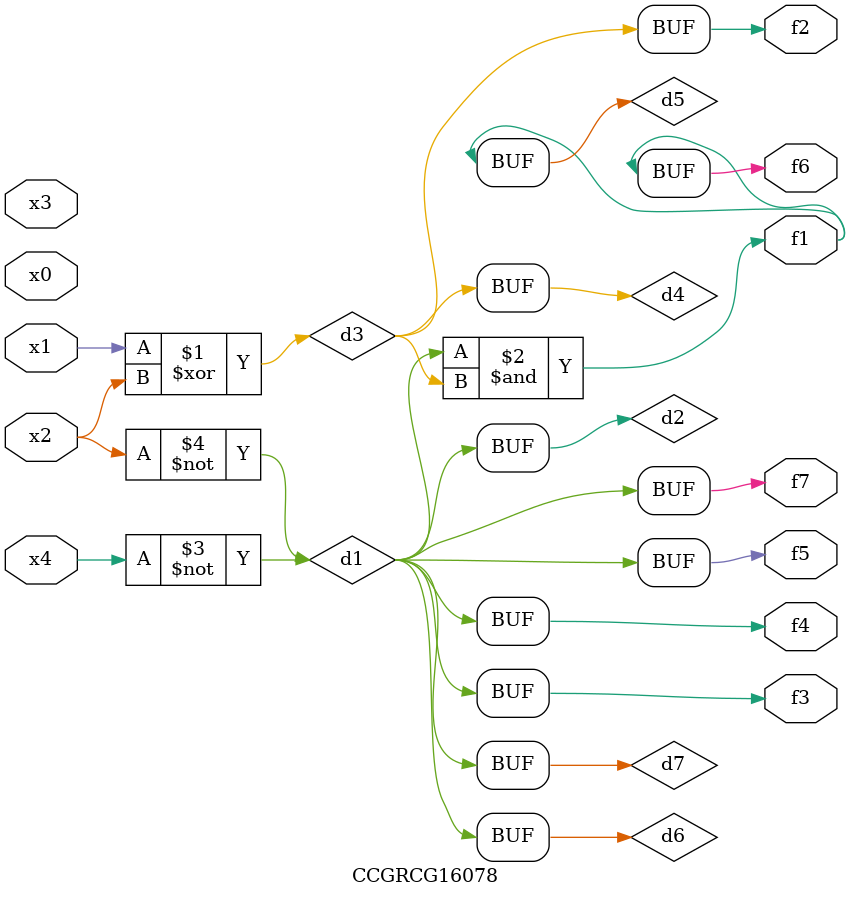
<source format=v>
module CCGRCG16078(
	input x0, x1, x2, x3, x4,
	output f1, f2, f3, f4, f5, f6, f7
);

	wire d1, d2, d3, d4, d5, d6, d7;

	not (d1, x4);
	not (d2, x2);
	xor (d3, x1, x2);
	buf (d4, d3);
	and (d5, d1, d3);
	buf (d6, d1, d2);
	buf (d7, d2);
	assign f1 = d5;
	assign f2 = d4;
	assign f3 = d7;
	assign f4 = d7;
	assign f5 = d7;
	assign f6 = d5;
	assign f7 = d7;
endmodule

</source>
